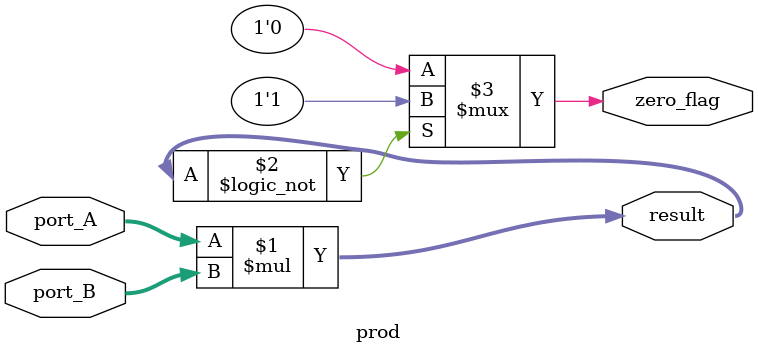
<source format=v>
module prod #(parameter DATA_WIDTH = 8)(
	//inputs
	input signed [(DATA_WIDTH-1) : 0] port_A,
	input signed [(DATA_WIDTH-1) : 0] port_B,
	//outputs
	output signed [(DATA_WIDTH*2)-1 : 0] result,
	
	output zero_flag
);

assign result = port_A * port_B;

assign zero_flag = (result==0)? 1'b1 : 1'b0;

endmodule

</source>
